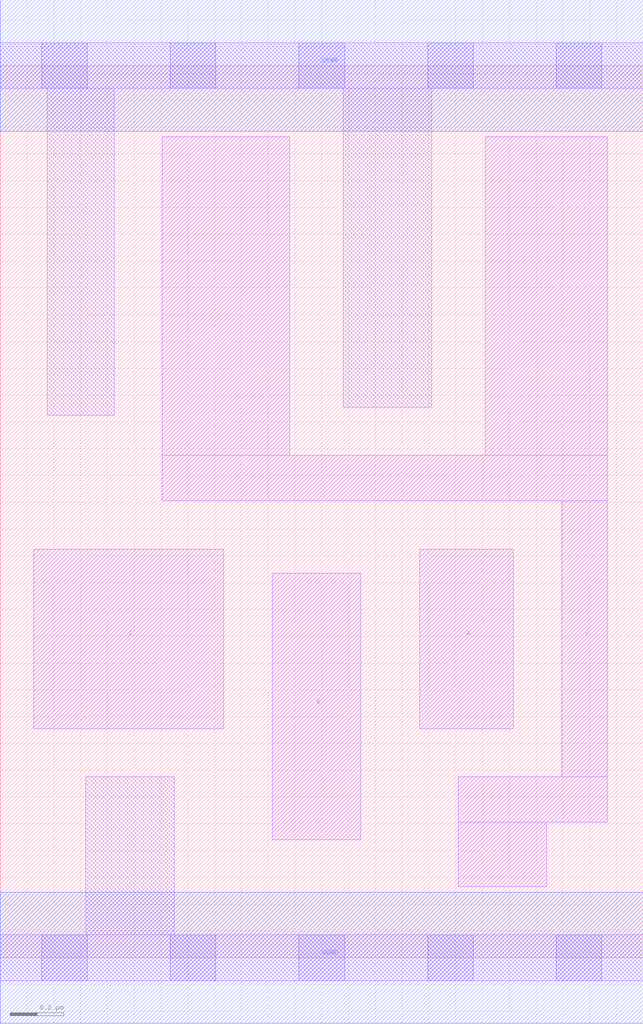
<source format=lef>
# Copyright 2020 The SkyWater PDK Authors
#
# Licensed under the Apache License, Version 2.0 (the "License");
# you may not use this file except in compliance with the License.
# You may obtain a copy of the License at
#
#     https://www.apache.org/licenses/LICENSE-2.0
#
# Unless required by applicable law or agreed to in writing, software
# distributed under the License is distributed on an "AS IS" BASIS,
# WITHOUT WARRANTIES OR CONDITIONS OF ANY KIND, either express or implied.
# See the License for the specific language governing permissions and
# limitations under the License.
#
# SPDX-License-Identifier: Apache-2.0

VERSION 5.7 ;
  NOWIREEXTENSIONATPIN ON ;
  DIVIDERCHAR "/" ;
  BUSBITCHARS "[]" ;
UNITS
  DATABASE MICRONS 200 ;
END UNITS
MACRO sky130_fd_sc_lp__nand3_lp
  CLASS CORE ;
  FOREIGN sky130_fd_sc_lp__nand3_lp ;
  ORIGIN  0.000000  0.000000 ;
  SIZE  2.400000 BY  3.330000 ;
  SYMMETRY X Y R90 ;
  SITE unit ;
  PIN A
    ANTENNAGATEAREA  0.313000 ;
    DIRECTION INPUT ;
    USE SIGNAL ;
    PORT
      LAYER li1 ;
        RECT 1.565000 0.855000 1.915000 1.525000 ;
    END
  END A
  PIN B
    ANTENNAGATEAREA  0.313000 ;
    DIRECTION INPUT ;
    USE SIGNAL ;
    PORT
      LAYER li1 ;
        RECT 1.015000 0.440000 1.345000 1.435000 ;
    END
  END B
  PIN C
    ANTENNAGATEAREA  0.313000 ;
    DIRECTION INPUT ;
    USE SIGNAL ;
    PORT
      LAYER li1 ;
        RECT 0.125000 0.855000 0.835000 1.525000 ;
    END
  END C
  PIN Y
    ANTENNADIFFAREA  0.684700 ;
    DIRECTION OUTPUT ;
    USE SIGNAL ;
    PORT
      LAYER li1 ;
        RECT 0.605000 1.705000 2.265000 1.875000 ;
        RECT 0.605000 1.875000 1.080000 3.065000 ;
        RECT 1.710000 0.265000 2.040000 0.505000 ;
        RECT 1.710000 0.505000 2.265000 0.675000 ;
        RECT 1.810000 1.875000 2.265000 3.065000 ;
        RECT 2.095000 0.675000 2.265000 1.705000 ;
    END
  END Y
  PIN VGND
    DIRECTION INOUT ;
    USE GROUND ;
    PORT
      LAYER met1 ;
        RECT 0.000000 -0.245000 2.400000 0.245000 ;
    END
  END VGND
  PIN VPWR
    DIRECTION INOUT ;
    USE POWER ;
    PORT
      LAYER met1 ;
        RECT 0.000000 3.085000 2.400000 3.575000 ;
    END
  END VPWR
  OBS
    LAYER li1 ;
      RECT 0.000000 -0.085000 2.400000 0.085000 ;
      RECT 0.000000  3.245000 2.400000 3.415000 ;
      RECT 0.175000  2.025000 0.425000 3.245000 ;
      RECT 0.320000  0.085000 0.650000 0.675000 ;
      RECT 1.280000  2.055000 1.610000 3.245000 ;
    LAYER mcon ;
      RECT 0.155000 -0.085000 0.325000 0.085000 ;
      RECT 0.155000  3.245000 0.325000 3.415000 ;
      RECT 0.635000 -0.085000 0.805000 0.085000 ;
      RECT 0.635000  3.245000 0.805000 3.415000 ;
      RECT 1.115000 -0.085000 1.285000 0.085000 ;
      RECT 1.115000  3.245000 1.285000 3.415000 ;
      RECT 1.595000 -0.085000 1.765000 0.085000 ;
      RECT 1.595000  3.245000 1.765000 3.415000 ;
      RECT 2.075000 -0.085000 2.245000 0.085000 ;
      RECT 2.075000  3.245000 2.245000 3.415000 ;
  END
END sky130_fd_sc_lp__nand3_lp
END LIBRARY

</source>
